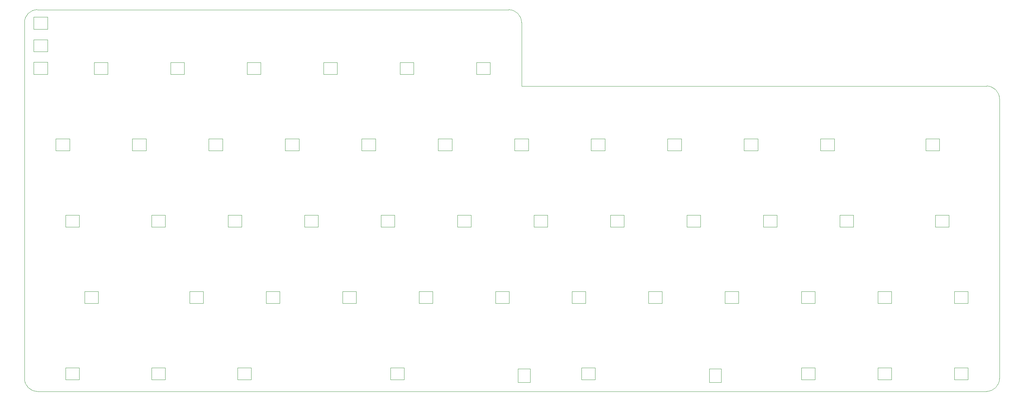
<source format=gbr>
%TF.GenerationSoftware,KiCad,Pcbnew,8.0.8*%
%TF.CreationDate,2025-02-11T14:29:33+01:00*%
%TF.ProjectId,vootington V4N STM32G0B1CBT6,766f6f74-696e-4677-946f-6e2056344e20,rev?*%
%TF.SameCoordinates,Original*%
%TF.FileFunction,Profile,NP*%
%FSLAX46Y46*%
G04 Gerber Fmt 4.6, Leading zero omitted, Abs format (unit mm)*
G04 Created by KiCad (PCBNEW 8.0.8) date 2025-02-11 14:29:33*
%MOMM*%
%LPD*%
G01*
G04 APERTURE LIST*
%TA.AperFunction,Profile*%
%ADD10C,0.050000*%
%TD*%
%TA.AperFunction,Profile*%
%ADD11C,0.120000*%
%TD*%
G04 APERTURE END LIST*
D10*
X269875000Y-34925000D02*
X269875000Y-104775000D01*
X50681250Y-12700000D02*
X60281250Y-12700000D01*
X49657000Y-12700000D02*
X50681250Y-12700000D01*
X30162500Y-107950000D02*
G75*
G02*
X26987500Y-104775000I0J3175000D01*
G01*
X26987500Y-104775000D02*
X26987500Y-27384375D01*
X61341000Y-12700000D02*
X60281250Y-12700000D01*
X246459375Y-31750000D02*
X160337500Y-31750000D01*
X266700000Y-107950000D02*
X30162500Y-107950000D01*
X269875000Y-104775000D02*
G75*
G02*
X266700000Y-107950000I-3175000J0D01*
G01*
X26987500Y-27384375D02*
X26987500Y-15875000D01*
X147637500Y-12700000D02*
G75*
G02*
X150812500Y-15875000I-100J-3175100D01*
G01*
X61341000Y-12700000D02*
X147637500Y-12700000D01*
X26987500Y-15875000D02*
G75*
G02*
X30162500Y-12700000I3175000J0D01*
G01*
X30162500Y-12700000D02*
X49657000Y-12700000D01*
X150812500Y-31750000D02*
X160337500Y-31750000D01*
X150812500Y-15875000D02*
X150812500Y-31750000D01*
X266700000Y-31750000D02*
G75*
G02*
X269875000Y-34925000I-100J-3175100D01*
G01*
X246459375Y-31750000D02*
X266700000Y-31750000D01*
D11*
%TO.C,D51*%
X149929852Y-102281250D02*
X149929852Y-105681250D01*
X149929852Y-105681250D02*
X152929852Y-105681250D01*
X152929852Y-102281250D02*
X149929852Y-102281250D01*
X152929852Y-105681250D02*
X152929852Y-102281250D01*
%TO.C,D55*%
X37193750Y-102029000D02*
X37193750Y-105029000D01*
X37193750Y-105029000D02*
X40593750Y-105029000D01*
X40593750Y-102029000D02*
X37193750Y-102029000D01*
X40593750Y-105029000D02*
X40593750Y-102029000D01*
%TO.C,D17*%
X111012500Y-44879000D02*
X111012500Y-47879000D01*
X111012500Y-47879000D02*
X114412500Y-47879000D01*
X114412500Y-44879000D02*
X111012500Y-44879000D01*
X114412500Y-47879000D02*
X114412500Y-44879000D01*
%TO.C,D45*%
X41956250Y-82979000D02*
X41956250Y-85979000D01*
X41956250Y-85979000D02*
X45356250Y-85979000D01*
X45356250Y-82979000D02*
X41956250Y-82979000D01*
X45356250Y-85979000D02*
X45356250Y-82979000D01*
%TO.C,D36*%
X220550000Y-82979000D02*
X220550000Y-85979000D01*
X220550000Y-85979000D02*
X223950000Y-85979000D01*
X223950000Y-82979000D02*
X220550000Y-82979000D01*
X223950000Y-85979000D02*
X223950000Y-82979000D01*
%TO.C,D46*%
X258650000Y-102029000D02*
X258650000Y-105029000D01*
X258650000Y-105029000D02*
X262050000Y-105029000D01*
X262050000Y-102029000D02*
X258650000Y-102029000D01*
X262050000Y-105029000D02*
X262050000Y-102029000D01*
%TO.C,D13*%
X187212500Y-44879000D02*
X187212500Y-47879000D01*
X187212500Y-47879000D02*
X190612500Y-47879000D01*
X190612500Y-44879000D02*
X187212500Y-44879000D01*
X190612500Y-47879000D02*
X190612500Y-44879000D01*
%TO.C,D53*%
X80056250Y-102029000D02*
X80056250Y-105029000D01*
X80056250Y-105029000D02*
X83456250Y-105029000D01*
X83456250Y-102029000D02*
X80056250Y-102029000D01*
X83456250Y-105029000D02*
X83456250Y-102029000D01*
%TO.C,D3*%
X29312500Y-14540000D02*
X29312500Y-17540000D01*
X29312500Y-17540000D02*
X32712500Y-17540000D01*
X32712500Y-14540000D02*
X29312500Y-14540000D01*
X32712500Y-17540000D02*
X32712500Y-14540000D01*
%TO.C,D32*%
X58625000Y-63929000D02*
X58625000Y-66929000D01*
X58625000Y-66929000D02*
X62025000Y-66929000D01*
X62025000Y-63929000D02*
X58625000Y-63929000D01*
X62025000Y-66929000D02*
X62025000Y-63929000D01*
%TO.C,D30*%
X96725000Y-63929000D02*
X96725000Y-66929000D01*
X96725000Y-66929000D02*
X100125000Y-66929000D01*
X100125000Y-63929000D02*
X96725000Y-63929000D01*
X100125000Y-66929000D02*
X100125000Y-63929000D01*
%TO.C,D19*%
X72912500Y-44879000D02*
X72912500Y-47879000D01*
X72912500Y-47879000D02*
X76312500Y-47879000D01*
X76312500Y-44879000D02*
X72912500Y-44879000D01*
X76312500Y-47879000D02*
X76312500Y-44879000D01*
%TO.C,D29*%
X115775000Y-63929000D02*
X115775000Y-66929000D01*
X115775000Y-66929000D02*
X119175000Y-66929000D01*
X119175000Y-63929000D02*
X115775000Y-63929000D01*
X119175000Y-66929000D02*
X119175000Y-63929000D01*
%TO.C,D24*%
X211025000Y-63929000D02*
X211025000Y-66929000D01*
X211025000Y-66929000D02*
X214425000Y-66929000D01*
X214425000Y-63929000D02*
X211025000Y-63929000D01*
X214425000Y-66929000D02*
X214425000Y-63929000D01*
%TO.C,D1*%
X29312500Y-25805000D02*
X29312500Y-28805000D01*
X29312500Y-28805000D02*
X32712500Y-28805000D01*
X32712500Y-25805000D02*
X29312500Y-25805000D01*
X32712500Y-28805000D02*
X32712500Y-25805000D01*
%TO.C,D21*%
X34812500Y-44879000D02*
X34812500Y-47879000D01*
X34812500Y-47879000D02*
X38212500Y-47879000D01*
X38212500Y-44879000D02*
X34812500Y-44879000D01*
X38212500Y-47879000D02*
X38212500Y-44879000D01*
%TO.C,D5*%
X63387500Y-25829000D02*
X63387500Y-28829000D01*
X63387500Y-28829000D02*
X66787500Y-28829000D01*
X66787500Y-25829000D02*
X63387500Y-25829000D01*
X66787500Y-28829000D02*
X66787500Y-25829000D01*
%TO.C,D33*%
X37193750Y-63929000D02*
X37193750Y-66929000D01*
X37193750Y-66929000D02*
X40593750Y-66929000D01*
X40593750Y-63929000D02*
X37193750Y-63929000D01*
X40593750Y-66929000D02*
X40593750Y-63929000D01*
%TO.C,D37*%
X201500000Y-82979000D02*
X201500000Y-85979000D01*
X201500000Y-85979000D02*
X204900000Y-85979000D01*
X204900000Y-82979000D02*
X201500000Y-82979000D01*
X204900000Y-85979000D02*
X204900000Y-82979000D01*
%TO.C,D11*%
X225312500Y-44879000D02*
X225312500Y-47879000D01*
X225312500Y-47879000D02*
X228712500Y-47879000D01*
X228712500Y-44879000D02*
X225312500Y-44879000D01*
X228712500Y-47879000D02*
X228712500Y-44879000D01*
%TO.C,D49*%
X197554852Y-102281250D02*
X197554852Y-105681250D01*
X197554852Y-105681250D02*
X200554852Y-105681250D01*
X200554852Y-102281250D02*
X197554852Y-102281250D01*
X200554852Y-105681250D02*
X200554852Y-102281250D01*
%TO.C,D9*%
X139587500Y-25829000D02*
X139587500Y-28829000D01*
X139587500Y-28829000D02*
X142987500Y-28829000D01*
X142987500Y-25829000D02*
X139587500Y-25829000D01*
X142987500Y-28829000D02*
X142987500Y-25829000D01*
%TO.C,D8*%
X120537500Y-25829000D02*
X120537500Y-28829000D01*
X120537500Y-28829000D02*
X123937500Y-28829000D01*
X123937500Y-25829000D02*
X120537500Y-25829000D01*
X123937500Y-28829000D02*
X123937500Y-25829000D01*
%TO.C,D48*%
X220550000Y-102029000D02*
X220550000Y-105029000D01*
X220550000Y-105029000D02*
X223950000Y-105029000D01*
X223950000Y-102029000D02*
X220550000Y-102029000D01*
X223950000Y-105029000D02*
X223950000Y-102029000D01*
%TO.C,D10*%
X251506250Y-44879000D02*
X251506250Y-47879000D01*
X251506250Y-47879000D02*
X254906250Y-47879000D01*
X254906250Y-44879000D02*
X251506250Y-44879000D01*
X254906250Y-47879000D02*
X254906250Y-44879000D01*
%TO.C,D31*%
X77675000Y-63929000D02*
X77675000Y-66929000D01*
X77675000Y-66929000D02*
X81075000Y-66929000D01*
X81075000Y-63929000D02*
X77675000Y-63929000D01*
X81075000Y-66929000D02*
X81075000Y-63929000D01*
%TO.C,D23*%
X230075000Y-63929000D02*
X230075000Y-66929000D01*
X230075000Y-66929000D02*
X233475000Y-66929000D01*
X233475000Y-63929000D02*
X230075000Y-63929000D01*
X233475000Y-66929000D02*
X233475000Y-63929000D01*
%TO.C,D6*%
X82437500Y-25829000D02*
X82437500Y-28829000D01*
X82437500Y-28829000D02*
X85837500Y-28829000D01*
X85837500Y-25829000D02*
X82437500Y-25829000D01*
X85837500Y-28829000D02*
X85837500Y-25829000D01*
%TO.C,D12*%
X206262500Y-44879000D02*
X206262500Y-47879000D01*
X206262500Y-47879000D02*
X209662500Y-47879000D01*
X209662500Y-44879000D02*
X206262500Y-44879000D01*
X209662500Y-47879000D02*
X209662500Y-44879000D01*
%TO.C,D16*%
X130062500Y-44879000D02*
X130062500Y-47879000D01*
X130062500Y-47879000D02*
X133462500Y-47879000D01*
X133462500Y-44879000D02*
X130062500Y-44879000D01*
X133462500Y-47879000D02*
X133462500Y-44879000D01*
%TO.C,D27*%
X153875000Y-63929000D02*
X153875000Y-66929000D01*
X153875000Y-66929000D02*
X157275000Y-66929000D01*
X157275000Y-63929000D02*
X153875000Y-63929000D01*
X157275000Y-66929000D02*
X157275000Y-63929000D01*
%TO.C,D42*%
X106250000Y-82979000D02*
X106250000Y-85979000D01*
X106250000Y-85979000D02*
X109650000Y-85979000D01*
X109650000Y-82979000D02*
X106250000Y-82979000D01*
X109650000Y-85979000D02*
X109650000Y-82979000D01*
%TO.C,D35*%
X239600000Y-82979000D02*
X239600000Y-85979000D01*
X239600000Y-85979000D02*
X243000000Y-85979000D01*
X243000000Y-82979000D02*
X239600000Y-82979000D01*
X243000000Y-85979000D02*
X243000000Y-82979000D01*
%TO.C,D18*%
X91962500Y-44879000D02*
X91962500Y-47879000D01*
X91962500Y-47879000D02*
X95362500Y-47879000D01*
X95362500Y-44879000D02*
X91962500Y-44879000D01*
X95362500Y-47879000D02*
X95362500Y-44879000D01*
%TO.C,D7*%
X101487500Y-25829000D02*
X101487500Y-28829000D01*
X101487500Y-28829000D02*
X104887500Y-28829000D01*
X104887500Y-25829000D02*
X101487500Y-25829000D01*
X104887500Y-28829000D02*
X104887500Y-25829000D01*
%TO.C,D2*%
X29312500Y-20172500D02*
X29312500Y-23172500D01*
X29312500Y-23172500D02*
X32712500Y-23172500D01*
X32712500Y-20172500D02*
X29312500Y-20172500D01*
X32712500Y-23172500D02*
X32712500Y-20172500D01*
%TO.C,D47*%
X239600000Y-102029000D02*
X239600000Y-105029000D01*
X239600000Y-105029000D02*
X243000000Y-105029000D01*
X243000000Y-102029000D02*
X239600000Y-102029000D01*
X243000000Y-105029000D02*
X243000000Y-102029000D01*
%TO.C,D43*%
X87200000Y-82979000D02*
X87200000Y-85979000D01*
X87200000Y-85979000D02*
X90600000Y-85979000D01*
X90600000Y-82979000D02*
X87200000Y-82979000D01*
X90600000Y-85979000D02*
X90600000Y-82979000D01*
%TO.C,D34*%
X258650000Y-82979000D02*
X258650000Y-85979000D01*
X258650000Y-85979000D02*
X262050000Y-85979000D01*
X262050000Y-82979000D02*
X258650000Y-82979000D01*
X262050000Y-85979000D02*
X262050000Y-82979000D01*
%TO.C,D39*%
X163400000Y-82979000D02*
X163400000Y-85979000D01*
X163400000Y-85979000D02*
X166800000Y-85979000D01*
X166800000Y-82979000D02*
X163400000Y-82979000D01*
X166800000Y-85979000D02*
X166800000Y-82979000D01*
%TO.C,D40*%
X144350000Y-82979000D02*
X144350000Y-85979000D01*
X144350000Y-85979000D02*
X147750000Y-85979000D01*
X147750000Y-82979000D02*
X144350000Y-82979000D01*
X147750000Y-85979000D02*
X147750000Y-82979000D01*
%TO.C,D14*%
X168162500Y-44879000D02*
X168162500Y-47879000D01*
X168162500Y-47879000D02*
X171562500Y-47879000D01*
X171562500Y-44879000D02*
X168162500Y-44879000D01*
X171562500Y-47879000D02*
X171562500Y-44879000D01*
%TO.C,D28*%
X134825000Y-63929000D02*
X134825000Y-66929000D01*
X134825000Y-66929000D02*
X138225000Y-66929000D01*
X138225000Y-63929000D02*
X134825000Y-63929000D01*
X138225000Y-66929000D02*
X138225000Y-63929000D01*
%TO.C,D15*%
X149112500Y-44879000D02*
X149112500Y-47879000D01*
X149112500Y-47879000D02*
X152512500Y-47879000D01*
X152512500Y-44879000D02*
X149112500Y-44879000D01*
X152512500Y-47879000D02*
X152512500Y-44879000D01*
%TO.C,D22*%
X253887500Y-63929000D02*
X253887500Y-66929000D01*
X253887500Y-66929000D02*
X257287500Y-66929000D01*
X257287500Y-63929000D02*
X253887500Y-63929000D01*
X257287500Y-66929000D02*
X257287500Y-63929000D01*
%TO.C,D26*%
X172925000Y-63929000D02*
X172925000Y-66929000D01*
X172925000Y-66929000D02*
X176325000Y-66929000D01*
X176325000Y-63929000D02*
X172925000Y-63929000D01*
X176325000Y-66929000D02*
X176325000Y-63929000D01*
%TO.C,D41*%
X125300000Y-82979000D02*
X125300000Y-85979000D01*
X125300000Y-85979000D02*
X128700000Y-85979000D01*
X128700000Y-82979000D02*
X125300000Y-82979000D01*
X128700000Y-85979000D02*
X128700000Y-82979000D01*
%TO.C,D50*%
X165781250Y-102029000D02*
X165781250Y-105029000D01*
X165781250Y-105029000D02*
X169181250Y-105029000D01*
X169181250Y-102029000D02*
X165781250Y-102029000D01*
X169181250Y-105029000D02*
X169181250Y-102029000D01*
%TO.C,D4*%
X44337500Y-25829000D02*
X44337500Y-28829000D01*
X44337500Y-28829000D02*
X47737500Y-28829000D01*
X47737500Y-25829000D02*
X44337500Y-25829000D01*
X47737500Y-28829000D02*
X47737500Y-25829000D01*
%TO.C,D20*%
X53862500Y-44879000D02*
X53862500Y-47879000D01*
X53862500Y-47879000D02*
X57262500Y-47879000D01*
X57262500Y-44879000D02*
X53862500Y-44879000D01*
X57262500Y-47879000D02*
X57262500Y-44879000D01*
%TO.C,D38*%
X182450000Y-82979000D02*
X182450000Y-85979000D01*
X182450000Y-85979000D02*
X185850000Y-85979000D01*
X185850000Y-82979000D02*
X182450000Y-82979000D01*
X185850000Y-85979000D02*
X185850000Y-82979000D01*
%TO.C,D44*%
X68150000Y-82979000D02*
X68150000Y-85979000D01*
X68150000Y-85979000D02*
X71550000Y-85979000D01*
X71550000Y-82979000D02*
X68150000Y-82979000D01*
X71550000Y-85979000D02*
X71550000Y-82979000D01*
%TO.C,D54*%
X58625000Y-102029000D02*
X58625000Y-105029000D01*
X58625000Y-105029000D02*
X62025000Y-105029000D01*
X62025000Y-102029000D02*
X58625000Y-102029000D01*
X62025000Y-105029000D02*
X62025000Y-102029000D01*
%TO.C,D25*%
X191975000Y-63929000D02*
X191975000Y-66929000D01*
X191975000Y-66929000D02*
X195375000Y-66929000D01*
X195375000Y-63929000D02*
X191975000Y-63929000D01*
X195375000Y-66929000D02*
X195375000Y-63929000D01*
%TO.C,D52*%
X118156250Y-102029000D02*
X118156250Y-105029000D01*
X118156250Y-105029000D02*
X121556250Y-105029000D01*
X121556250Y-102029000D02*
X118156250Y-102029000D01*
X121556250Y-105029000D02*
X121556250Y-102029000D01*
%TD*%
M02*

</source>
